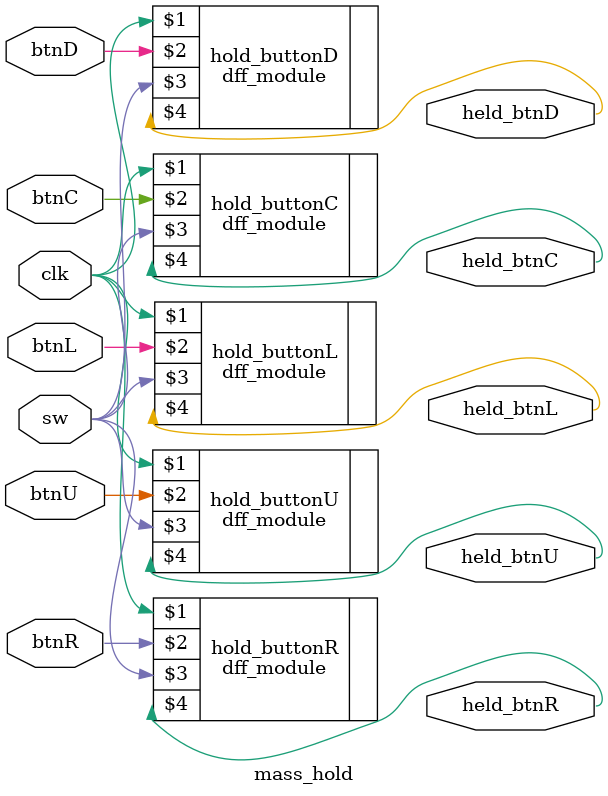
<source format=v>
`timescale 1ns / 1ps


module mass_hold(
    input clk, btnL, btnR, btnU, btnD, btnC, sw,
    output held_btnL, held_btnR, held_btnU, held_btnD, held_btnC
    );
    
    dff_module hold_buttonL(clk, btnL, sw, held_btnL);
    dff_module hold_buttonR(clk, btnR, sw, held_btnR);
    dff_module hold_buttonU(clk, btnU, sw, held_btnU);
    dff_module hold_buttonD(clk, btnD, sw, held_btnD);
    dff_module hold_buttonC(clk, btnC, sw, held_btnC);
    
endmodule

</source>
